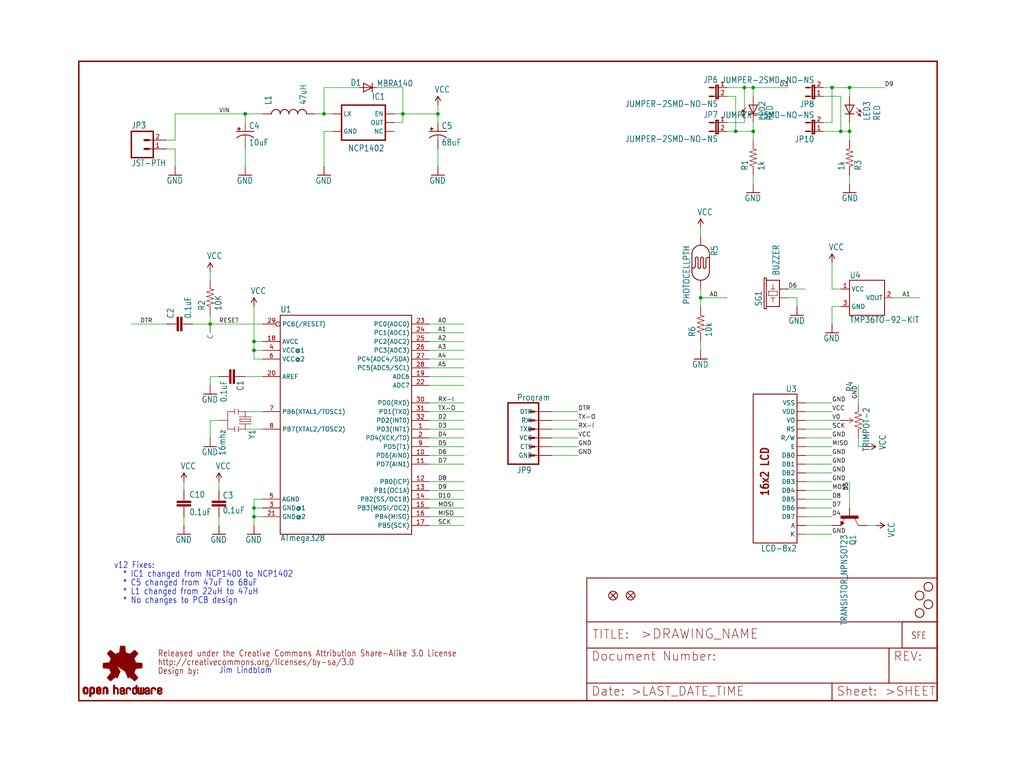
<source format=kicad_sch>
(kicad_sch (version 20211123) (generator eeschema)
  (paper "User" 297.002 223.926)
  (lib_symbols
    (symbol "schematicEagle-eagle-import:ARDUINO_SERIAL_PROGRAMPTH-KIT"
      (property "Reference" "JP" (at -5.08 10.922 0))
      (property "Value" "ARDUINO_SERIAL_PROGRAMPTH-KIT" (at -5.08 -10.16 0))
      (symbol "ARDUINO_SERIAL_PROGRAMPTH-KIT_1_0"
        (pin passive line (at 5.08 -5.08 180) (length 5.08) (name "DTR") (number "1"))
        (pin passive line (at 5.08 -2.54 180) (length 5.08) (name "RXI") (number "2"))
        (pin passive line (at 5.08 0 180) (length 5.08) (name "TXO") (number "3"))
        (pin passive line (at 5.08 2.54 180) (length 5.08) (name "VCC") (number "4"))
        (pin passive line (at 5.08 5.08 180) (length 5.08) (name "CTS") (number "5"))
        (pin passive line (at 5.08 7.62 180) (length 5.08) (name "GND") (number "6"))
      )
    )
    (symbol "schematicEagle-eagle-import:ATMEGA168"
      (property "Reference" "U" (at -17.78 -38.1 0))
      (property "Value" "ATMEGA168" (at -17.78 28.448 0))
      (symbol "ATMEGA168_1_0"
        (pin bidirectional line (at 25.4 -5.08 180) (length 5.08) (name "PD3(INT1)") (number "1"))
        (pin bidirectional line (at 25.4 -12.7 180) (length 5.08) (name "PD6(AIN0)") (number "10"))
        (pin bidirectional line (at 25.4 -15.24 180) (length 5.08) (name "PD7(AIN1)") (number "11"))
        (pin bidirectional line (at 25.4 -20.32 180) (length 5.08) (name "PB0(ICP)") (number "12"))
        (pin bidirectional line (at 25.4 -22.86 180) (length 5.08) (name "PB1(OC1A)") (number "13"))
        (pin bidirectional line (at 25.4 -25.4 180) (length 5.08) (name "PB2(SS/OC1B)") (number "14"))
        (pin bidirectional line (at 25.4 -27.94 180) (length 5.08) (name "PB3(MOSI/OC2)") (number "15"))
        (pin bidirectional line (at 25.4 -30.48 180) (length 5.08) (name "PB4(MISO)") (number "16"))
        (pin bidirectional line (at 25.4 -33.02 180) (length 5.08) (name "PB5(SCK)") (number "17"))
        (pin bidirectional line (at -22.86 20.32 0) (length 5.08) (name "AVCC") (number "18"))
        (pin bidirectional line (at 25.4 10.16 180) (length 5.08) (name "ADC6") (number "19"))
        (pin bidirectional line (at 25.4 -7.62 180) (length 5.08) (name "PD4(XCK/T0)") (number "2"))
        (pin bidirectional line (at -22.86 10.16 0) (length 5.08) (name "AREF") (number "20"))
        (pin bidirectional line (at -22.86 -30.48 0) (length 5.08) (name "GND@2") (number "21"))
        (pin bidirectional line (at 25.4 7.62 180) (length 5.08) (name "ADC7") (number "22"))
        (pin bidirectional line (at 25.4 25.4 180) (length 5.08) (name "PC0(ADC0)") (number "23"))
        (pin bidirectional line (at 25.4 22.86 180) (length 5.08) (name "PC1(ADC1)") (number "24"))
        (pin bidirectional line (at 25.4 20.32 180) (length 5.08) (name "PC2(ADC2)") (number "25"))
        (pin bidirectional line (at 25.4 17.78 180) (length 5.08) (name "PC3(ADC3)") (number "26"))
        (pin bidirectional line (at 25.4 15.24 180) (length 5.08) (name "PC4(ADC4/SDA)") (number "27"))
        (pin bidirectional line (at 25.4 12.7 180) (length 5.08) (name "PC5(ADC5/SCL)") (number "28"))
        (pin bidirectional inverted (at -22.86 25.4 0) (length 5.08) (name "PC6(/RESET)") (number "29"))
        (pin bidirectional line (at -22.86 -27.94 0) (length 5.08) (name "GND@1") (number "3"))
        (pin bidirectional line (at 25.4 2.54 180) (length 5.08) (name "PD0(RXD)") (number "30"))
        (pin bidirectional line (at 25.4 0 180) (length 5.08) (name "PD1(TXD)") (number "31"))
        (pin bidirectional line (at 25.4 -2.54 180) (length 5.08) (name "PD2(INT0)") (number "32"))
        (pin bidirectional line (at -22.86 17.78 0) (length 5.08) (name "VCC@1") (number "4"))
        (pin bidirectional line (at -22.86 -25.4 0) (length 5.08) (name "AGND") (number "5"))
        (pin bidirectional line (at -22.86 15.24 0) (length 5.08) (name "VCC@2") (number "6"))
        (pin bidirectional line (at -22.86 0 0) (length 5.08) (name "PB6(XTAL1/TOSC1)") (number "7"))
        (pin bidirectional line (at -22.86 -5.08 0) (length 5.08) (name "PB7(XTAL2/TOSC2)") (number "8"))
        (pin bidirectional line (at 25.4 -10.16 180) (length 5.08) (name "PD5(T1)") (number "9"))
      )
    )
    (symbol "schematicEagle-eagle-import:BUZZERPTH-NS-KIT"
      (property "Reference" "SG" (at -2.54 5.08 0))
      (property "Value" "BUZZERPTH-NS-KIT" (at 6.35 0 0))
      (symbol "BUZZERPTH-NS-KIT_1_0"
        (pin passive line (at 0 -2.54 90) (length 2.54) (name "1") (number "+"))
        (pin passive line (at 2.54 -2.54 90) (length 2.54) (name "2") (number "-"))
      )
    )
    (symbol "schematicEagle-eagle-import:CAP0402-CAP"
      (property "Reference" "C" (at 1.524 2.921 0))
      (property "Value" "CAP0402-CAP" (at 1.524 -2.159 0))
      (symbol "CAP0402-CAP_1_0"
        (pin passive line (at 0 5.08 270) (length 2.54) (name "1") (number "1"))
        (pin passive line (at 0 -2.54 90) (length 2.54) (name "2") (number "2"))
      )
    )
    (symbol "schematicEagle-eagle-import:CAP_POL1206"
      (property "Reference" "C" (at 1.016 0.635 0))
      (property "Value" "CAP_POL1206" (at 1.016 -4.191 0))
      (symbol "CAP_POL1206_1_0"
        (pin passive line (at 0 2.54 270) (length 2.54) (name "+") (number "A"))
        (pin passive line (at 0 -5.08 90) (length 2.54) (name "-") (number "C"))
      )
    )
    (symbol "schematicEagle-eagle-import:CAP_POL3528"
      (property "Reference" "C" (at 1.016 0.635 0))
      (property "Value" "CAP_POL3528" (at 1.016 -4.191 0))
      (symbol "CAP_POL3528_1_0"
        (pin passive line (at 0 2.54 270) (length 2.54) (name "+") (number "A"))
        (pin passive line (at 0 -5.08 90) (length 2.54) (name "-") (number "C"))
      )
    )
    (symbol "schematicEagle-eagle-import:CREATIVE_COMMONS"
      (symbol "CREATIVE_COMMONS_1_0"
        (text "Design by:" (at 0 0 0) (effects (font (size 1.778 1.5113)) (justify left bottom)))
        (text "http://creativecommons.org/licenses/by-sa/3.0" (at 0 2.54 0) (effects (font (size 1.778 1.5113)) (justify left bottom)))
        (text "Released under the Creative Commons Attribution Share-Alike 3.0 License" (at 0 5.08 0) (effects (font (size 1.778 1.5113)) (justify left bottom)))
      )
    )
    (symbol "schematicEagle-eagle-import:DIODESMA"
      (property "Reference" "D" (at 2.54 0.4826 0))
      (property "Value" "DIODESMA" (at 2.54 -2.3114 0))
      (symbol "DIODESMA_1_0"
        (pin passive line (at -2.54 0 0) (length 2.54) (name "A") (number "A"))
        (pin passive line (at 2.54 0 180) (length 2.54) (name "C") (number "C"))
      )
    )
    (symbol "schematicEagle-eagle-import:FIDUCIAL1X2.5")
    (symbol "schematicEagle-eagle-import:FRAME-LETTER"
      (symbol "FRAME-LETTER_2_0"
        (text ">DRAWING_NAME" (at 15.494 17.78 0) (effects (font (size 2.7432 2.7432)) (justify left bottom)))
        (text ">LAST_DATE_TIME" (at 12.7 1.27 0) (effects (font (size 2.54 2.54)) (justify left bottom)))
        (text ">SHEET" (at 86.36 1.27 0) (effects (font (size 2.54 2.54)) (justify left bottom)))
        (text "Date:" (at 1.27 1.27 0) (effects (font (size 2.54 2.54)) (justify left bottom)))
        (text "Document Number:" (at 1.27 11.43 0) (effects (font (size 2.54 2.54)) (justify left bottom)))
        (text "REV:" (at 88.9 11.43 0) (effects (font (size 2.54 2.54)) (justify left bottom)))
        (text "Sheet:" (at 72.39 1.27 0) (effects (font (size 2.54 2.54)) (justify left bottom)))
        (text "TITLE:" (at 1.524 17.78 0) (effects (font (size 2.54 2.54)) (justify left bottom)))
      )
    )
    (symbol "schematicEagle-eagle-import:GND" (power)
      (property "Value" "GND" (at -2.54 -2.54 0))
      (symbol "GND_1_0"
        (pin power_in line (at 0 2.54 270) (length 2.54) (name "GND") (number "1"))
      )
    )
    (symbol "schematicEagle-eagle-import:INDUCTORCR54"
      (property "Reference" "L" (at 2.54 5.08 0))
      (property "Value" "INDUCTORCR54" (at 2.54 -5.08 0))
      (symbol "INDUCTORCR54_1_0"
        (pin passive line (at 0 7.62 270) (length 2.54) (name "1") (number "P$1"))
        (pin passive line (at 0 -7.62 90) (length 2.54) (name "2") (number "P$2"))
      )
    )
    (symbol "schematicEagle-eagle-import:JUMPER-2SMD-NO-NS"
      (property "Reference" "JP" (at -1.27 0 90))
      (property "Value" "JUMPER-2SMD-NO-NS" (at 5.715 0 90))
      (symbol "JUMPER-2SMD-NO-NS_1_0"
        (pin passive line (at 0 -2.54 90) (length 2.54) (name "1") (number "1"))
        (pin passive line (at 2.54 -2.54 90) (length 2.54) (name "2") (number "2"))
      )
    )
    (symbol "schematicEagle-eagle-import:LCD-16X28X2-KIT"
      (property "Reference" "U" (at -7.62 23.368 0))
      (property "Value" "LCD-16X28X2-KIT" (at -7.62 -22.86 0))
      (symbol "LCD-16X28X2-KIT_1_0"
        (text "16x2 LCD" (at 3.048 -6.858 900) (effects (font (size 2.286 1.9431) (thickness 0.3886) bold) (justify left bottom)))
        (pin power_in line (at -10.16 20.32 0) (length 2.54) (name "VSS") (number "1"))
        (pin bidirectional line (at -10.16 -2.54 0) (length 2.54) (name "DB3") (number "10"))
        (pin bidirectional line (at -10.16 -5.08 0) (length 2.54) (name "DB4") (number "11"))
        (pin bidirectional line (at -10.16 -7.62 0) (length 2.54) (name "DB5") (number "12"))
        (pin bidirectional line (at -10.16 -10.16 0) (length 2.54) (name "DB6") (number "13"))
        (pin bidirectional line (at -10.16 -12.7 0) (length 2.54) (name "DB7") (number "14"))
        (pin power_in line (at -10.16 -15.24 0) (length 2.54) (name "A") (number "15"))
        (pin power_in line (at -10.16 -17.78 0) (length 2.54) (name "K") (number "16"))
        (pin power_in line (at -10.16 17.78 0) (length 2.54) (name "VDD") (number "2"))
        (pin bidirectional line (at -10.16 15.24 0) (length 2.54) (name "VO") (number "3"))
        (pin input line (at -10.16 12.7 0) (length 2.54) (name "RS") (number "4"))
        (pin input line (at -10.16 10.16 0) (length 2.54) (name "R/W") (number "5"))
        (pin input line (at -10.16 7.62 0) (length 2.54) (name "E") (number "6"))
        (pin bidirectional line (at -10.16 5.08 0) (length 2.54) (name "DB0") (number "7"))
        (pin bidirectional line (at -10.16 2.54 0) (length 2.54) (name "DB1") (number "8"))
        (pin bidirectional line (at -10.16 0 0) (length 2.54) (name "DB2") (number "9"))
      )
    )
    (symbol "schematicEagle-eagle-import:LED5MM-KIT"
      (property "Reference" "LED" (at 3.556 -4.572 90))
      (property "Value" "LED5MM-KIT" (at 5.715 -4.572 90))
      (symbol "LED5MM-KIT_1_0"
        (pin passive line (at 0 2.54 270) (length 2.54) (name "A") (number "A"))
        (pin passive line (at 0 -5.08 90) (length 2.54) (name "C") (number "K"))
      )
    )
    (symbol "schematicEagle-eagle-import:LOGO-SFENEW"
      (symbol "LOGO-SFENEW_1_0"
        (text "SFE" (at 0 0 0) (effects (font (size 1.9304 1.6408)) (justify left bottom)))
      )
    )
    (symbol "schematicEagle-eagle-import:M02JST-PTH-2-KIT"
      (property "Reference" "JP" (at -2.54 5.842 0))
      (property "Value" "M02JST-PTH-2-KIT" (at -2.54 -5.08 0))
      (symbol "M02JST-PTH-2-KIT_1_0"
        (pin passive line (at 7.62 0 180) (length 5.08) (name "1") (number "1"))
        (pin passive line (at 7.62 2.54 180) (length 5.08) (name "2") (number "2"))
      )
    )
    (symbol "schematicEagle-eagle-import:OSHW-LOGOM")
    (symbol "schematicEagle-eagle-import:PHOTOCELLPTH-KIT"
      (property "Reference" "R" (at -5.08 3.048 0))
      (property "Value" "PHOTOCELLPTH-KIT" (at -5.08 -5.08 0))
      (symbol "PHOTOCELLPTH-KIT_1_0"
        (pin bidirectional line (at -7.62 0 0) (length 2.54) (name "P$1") (number "1"))
        (pin bidirectional line (at 7.62 0 180) (length 2.54) (name "P$2") (number "2"))
      )
    )
    (symbol "schematicEagle-eagle-import:RESISTOR0402-RES"
      (property "Reference" "R" (at -3.81 1.4986 0))
      (property "Value" "RESISTOR0402-RES" (at -3.81 -3.302 0))
      (symbol "RESISTOR0402-RES_1_0"
        (pin passive line (at -5.08 0 0) (length 2.54) (name "1") (number "1"))
        (pin passive line (at 5.08 0 180) (length 2.54) (name "2") (number "2"))
      )
    )
    (symbol "schematicEagle-eagle-import:RESISTORKIT"
      (property "Reference" "R" (at -3.81 1.4986 0))
      (property "Value" "RESISTORKIT" (at -3.81 -3.302 0))
      (symbol "RESISTORKIT_1_0"
        (pin passive line (at -5.08 0 0) (length 2.54) (name "1") (number "P$1"))
        (pin passive line (at 5.08 0 180) (length 2.54) (name "2") (number "P$2"))
      )
    )
    (symbol "schematicEagle-eagle-import:RESONATORSMD"
      (property "Reference" "Y" (at 2.54 1.016 0))
      (property "Value" "RESONATORSMD" (at 2.54 -7.62 0))
      (symbol "RESONATORSMD_1_0"
        (pin passive line (at -2.54 0 0) (length 0) (name "1") (number "1"))
        (pin passive line (at 0 -7.62 90) (length 0) (name "2") (number "2"))
        (pin passive line (at 2.54 0 180) (length 0) (name "3") (number "3"))
      )
    )
    (symbol "schematicEagle-eagle-import:STAND-OFF")
    (symbol "schematicEagle-eagle-import:TEST-POINT3X5"
      (property "Reference" "TP" (at -2.54 2.54 0))
      (property "Value" "TEST-POINT3X5" (at -2.54 -2.54 0))
      (symbol "TEST-POINT3X5_1_0"
        (pin bidirectional line (at 0 0 180) (length 0) (name "1") (number "P$1"))
      )
    )
    (symbol "schematicEagle-eagle-import:TMP36TO-92-KIT"
      (property "Reference" "U" (at -5.08 5.588 0))
      (property "Value" "TMP36TO-92-KIT" (at -5.08 -7.366 0))
      (symbol "TMP36TO-92-KIT_1_0"
        (pin bidirectional line (at -7.62 2.54 0) (length 2.54) (name "VCC") (number "1"))
        (pin bidirectional line (at 7.62 0 180) (length 2.54) (name "VOUT") (number "2"))
        (pin bidirectional line (at -7.62 -2.54 0) (length 2.54) (name "GND") (number "3"))
      )
    )
    (symbol "schematicEagle-eagle-import:TRANSISTOR_NPNSOT23"
      (property "Reference" "Q" (at 5.08 0 0))
      (property "Value" "TRANSISTOR_NPNSOT23" (at 5.08 -2.54 0))
      (symbol "TRANSISTOR_NPNSOT23_1_0"
        (pin passive line (at -2.54 0 0) (length 2.54) (name "B") (number "1"))
        (pin passive line (at 2.54 -5.08 90) (length 2.54) (name "E") (number "2"))
        (pin passive line (at 2.54 5.08 270) (length 2.54) (name "C") (number "3"))
      )
    )
    (symbol "schematicEagle-eagle-import:TRIMPOT-2"
      (property "Reference" "R" (at -11.43 1.4986 0))
      (property "Value" "TRIMPOT-2" (at -3.81 -3.302 0))
      (symbol "TRIMPOT-2_1_0"
        (pin passive line (at -5.08 0 0) (length 2.54) (name "CCW") (number "1"))
        (pin passive line (at 0 5.08 270) (length 2.54) (name "WIPER") (number "2"))
        (pin passive line (at 5.08 0 180) (length 2.54) (name "CW") (number "3"))
      )
    )
    (symbol "schematicEagle-eagle-import:VCC" (power)
      (property "Value" "VCC" (at -1.016 3.556 0))
      (symbol "VCC_1_0"
        (pin power_in line (at 0 0 90) (length 2.54) (name "VCC") (number "1"))
      )
    )
    (symbol "schematicEagle-eagle-import:V_REG_NCP1400SOT23-5"
      (property "Reference" "IC" (at -5.08 6.604 0))
      (property "Value" "V_REG_NCP1400SOT23-5" (at -4.826 -8.382 0))
      (symbol "V_REG_NCP1400SOT23-5_1_0"
        (pin input line (at -7.62 2.54 0) (length 2.54) (name "EN") (number "1"))
        (pin passive line (at -7.62 0 0) (length 2.54) (name "OUT") (number "2"))
        (pin input line (at -7.62 -2.54 0) (length 2.54) (name "NC") (number "3"))
        (pin input line (at 10.16 -2.54 180) (length 2.54) (name "GND") (number "4"))
        (pin input line (at 10.16 2.54 180) (length 2.54) (name "LX") (number "5"))
      )
    )
  )
  (junction (at 73.66 99.06))
  (junction (at 73.66 147.32))
  (junction (at 218.44 25.4))
  (junction (at 73.66 101.6))
  (junction (at 241.3 25.4))
  (junction (at 243.84 38.1))
  (junction (at 60.96 93.98))
  (junction (at 213.36 38.1))
  (junction (at 71.12 33.02))
  (junction (at 116.84 33.02))
  (junction (at 246.38 25.4))
  (junction (at 246.38 38.1))
  (junction (at 215.9 25.4))
  (junction (at 218.44 38.1))
  (junction (at 93.98 33.02))
  (junction (at 203.2 86.36))
  (junction (at 73.66 149.86))
  (junction (at 127 33.02))
  (wire (pts (xy 215.9 35.56) (xy 215.9 25.4)))
  (wire (pts (xy 248.92 129.54) (xy 251.46 129.54)))
  (wire (pts (xy 124.46 127) (xy 134.62 127)))
  (wire (pts (xy 124.46 134.62) (xy 134.62 134.62)))
  (wire (pts (xy 233.68 149.86) (xy 241.3 149.86)))
  (wire (pts (xy 218.44 25.4) (xy 228.6 25.4)))
  (wire (pts (xy 233.68 152.4) (xy 241.3 152.4)))
  (wire (pts (xy 91.44 33.02) (xy 93.98 33.02)))
  (wire (pts (xy 73.66 147.32) (xy 73.66 149.86)))
  (wire (pts (xy 241.3 83.82) (xy 241.3 76.2)))
  (wire (pts (xy 96.52 33.02) (xy 93.98 33.02)))
  (wire (pts (xy 48.26 93.98) (xy 38.1 93.98)))
  (wire (pts (xy 76.2 147.32) (xy 73.66 147.32)))
  (wire (pts (xy 160.02 119.38) (xy 167.64 119.38)))
  (wire (pts (xy 124.46 104.14) (xy 134.62 104.14)))
  (wire (pts (xy 109.22 25.4) (xy 116.84 25.4)))
  (wire (pts (xy 124.46 101.6) (xy 134.62 101.6)))
  (wire (pts (xy 160.02 129.54) (xy 167.64 129.54)))
  (wire (pts (xy 233.68 144.78) (xy 241.3 144.78)))
  (wire (pts (xy 215.9 25.4) (xy 218.44 25.4)))
  (wire (pts (xy 233.68 139.7) (xy 241.3 139.7)))
  (wire (pts (xy 218.44 27.94) (xy 218.44 25.4)))
  (wire (pts (xy 53.34 152.4) (xy 53.34 149.86)))
  (wire (pts (xy 241.3 88.9) (xy 241.3 93.98)))
  (wire (pts (xy 243.84 88.9) (xy 241.3 88.9)))
  (wire (pts (xy 50.8 43.18) (xy 50.8 48.26)))
  (wire (pts (xy 114.3 33.02) (xy 116.84 33.02)))
  (wire (pts (xy 246.38 38.1) (xy 246.38 35.56)))
  (wire (pts (xy 76.2 149.86) (xy 73.66 149.86)))
  (wire (pts (xy 124.46 121.92) (xy 134.62 121.92)))
  (wire (pts (xy 76.2 93.98) (xy 60.96 93.98)))
  (wire (pts (xy 238.76 38.1) (xy 243.84 38.1)))
  (wire (pts (xy 246.38 53.34) (xy 246.38 50.8)))
  (wire (pts (xy 71.12 109.22) (xy 76.2 109.22)))
  (wire (pts (xy 233.68 119.38) (xy 241.3 119.38)))
  (wire (pts (xy 243.84 38.1) (xy 246.38 38.1)))
  (wire (pts (xy 210.82 25.4) (xy 215.9 25.4)))
  (wire (pts (xy 246.38 25.4) (xy 256.54 25.4)))
  (wire (pts (xy 76.2 99.06) (xy 73.66 99.06)))
  (wire (pts (xy 243.84 27.94) (xy 243.84 38.1)))
  (wire (pts (xy 203.2 66.04) (xy 203.2 68.58)))
  (wire (pts (xy 246.38 147.32) (xy 246.38 139.7)))
  (wire (pts (xy 93.98 38.1) (xy 93.98 48.26)))
  (wire (pts (xy 73.66 149.86) (xy 73.66 152.4)))
  (wire (pts (xy 210.82 38.1) (xy 213.36 38.1)))
  (wire (pts (xy 124.46 111.76) (xy 134.62 111.76)))
  (wire (pts (xy 55.88 93.98) (xy 60.96 93.98)))
  (wire (pts (xy 124.46 129.54) (xy 134.62 129.54)))
  (wire (pts (xy 124.46 96.52) (xy 134.62 96.52)))
  (wire (pts (xy 63.5 139.7) (xy 63.5 142.24)))
  (wire (pts (xy 241.3 25.4) (xy 238.76 25.4)))
  (wire (pts (xy 48.26 40.64) (xy 50.8 40.64)))
  (wire (pts (xy 124.46 132.08) (xy 134.62 132.08)))
  (wire (pts (xy 127 33.02) (xy 127 35.56)))
  (wire (pts (xy 76.2 119.38) (xy 71.12 119.38)))
  (wire (pts (xy 246.38 40.64) (xy 246.38 38.1)))
  (wire (pts (xy 96.52 38.1) (xy 93.98 38.1)))
  (wire (pts (xy 160.02 127) (xy 167.64 127)))
  (wire (pts (xy 233.68 127) (xy 241.3 127)))
  (wire (pts (xy 48.26 43.18) (xy 50.8 43.18)))
  (wire (pts (xy 213.36 27.94) (xy 213.36 38.1)))
  (wire (pts (xy 73.66 99.06) (xy 73.66 88.9)))
  (wire (pts (xy 160.02 132.08) (xy 167.64 132.08)))
  (wire (pts (xy 127 33.02) (xy 127 30.48)))
  (wire (pts (xy 238.76 27.94) (xy 243.84 27.94)))
  (wire (pts (xy 73.66 104.14) (xy 73.66 101.6)))
  (wire (pts (xy 53.34 139.7) (xy 53.34 142.24)))
  (wire (pts (xy 76.2 124.46) (xy 71.12 124.46)))
  (wire (pts (xy 233.68 132.08) (xy 241.3 132.08)))
  (wire (pts (xy 116.84 35.56) (xy 114.3 35.56)))
  (wire (pts (xy 210.82 35.56) (xy 215.9 35.56)))
  (wire (pts (xy 76.2 144.78) (xy 73.66 144.78)))
  (wire (pts (xy 254 152.4) (xy 251.46 152.4)))
  (wire (pts (xy 124.46 152.4) (xy 134.62 152.4)))
  (wire (pts (xy 73.66 144.78) (xy 73.66 147.32)))
  (wire (pts (xy 228.6 83.82) (xy 233.68 83.82)))
  (wire (pts (xy 160.02 124.46) (xy 167.64 124.46)))
  (wire (pts (xy 76.2 33.02) (xy 71.12 33.02)))
  (wire (pts (xy 218.44 40.64) (xy 218.44 38.1)))
  (wire (pts (xy 259.08 86.36) (xy 266.7 86.36)))
  (wire (pts (xy 124.46 149.86) (xy 134.62 149.86)))
  (wire (pts (xy 124.46 119.38) (xy 134.62 119.38)))
  (wire (pts (xy 60.96 93.98) (xy 60.96 91.44)))
  (wire (pts (xy 116.84 33.02) (xy 116.84 35.56)))
  (wire (pts (xy 241.3 25.4) (xy 246.38 25.4)))
  (wire (pts (xy 124.46 142.24) (xy 134.62 142.24)))
  (wire (pts (xy 203.2 88.9) (xy 203.2 86.36)))
  (wire (pts (xy 50.8 33.02) (xy 71.12 33.02)))
  (wire (pts (xy 213.36 38.1) (xy 218.44 38.1)))
  (wire (pts (xy 228.6 86.36) (xy 231.14 86.36)))
  (wire (pts (xy 124.46 124.46) (xy 134.62 124.46)))
  (wire (pts (xy 233.68 142.24) (xy 241.3 142.24)))
  (wire (pts (xy 203.2 86.36) (xy 210.82 86.36)))
  (wire (pts (xy 116.84 25.4) (xy 116.84 33.02)))
  (wire (pts (xy 233.68 134.62) (xy 241.3 134.62)))
  (wire (pts (xy 210.82 27.94) (xy 213.36 27.94)))
  (wire (pts (xy 233.68 147.32) (xy 241.3 147.32)))
  (wire (pts (xy 60.96 109.22) (xy 63.5 109.22)))
  (wire (pts (xy 60.96 121.92) (xy 60.96 127)))
  (wire (pts (xy 60.96 111.76) (xy 60.96 109.22)))
  (wire (pts (xy 63.5 121.92) (xy 60.96 121.92)))
  (wire (pts (xy 233.68 121.92) (xy 243.84 121.92)))
  (wire (pts (xy 50.8 40.64) (xy 50.8 33.02)))
  (wire (pts (xy 243.84 83.82) (xy 241.3 83.82)))
  (wire (pts (xy 238.76 35.56) (xy 241.3 35.56)))
  (wire (pts (xy 160.02 121.92) (xy 167.64 121.92)))
  (wire (pts (xy 231.14 86.36) (xy 231.14 88.9)))
  (wire (pts (xy 218.44 38.1) (xy 218.44 35.56)))
  (wire (pts (xy 93.98 25.4) (xy 104.14 25.4)))
  (wire (pts (xy 71.12 43.18) (xy 71.12 48.26)))
  (wire (pts (xy 233.68 137.16) (xy 241.3 137.16)))
  (wire (pts (xy 124.46 106.68) (xy 134.62 106.68)))
  (wire (pts (xy 218.44 53.34) (xy 218.44 50.8)))
  (wire (pts (xy 124.46 144.78) (xy 134.62 144.78)))
  (wire (pts (xy 248.92 116.84) (xy 248.92 111.76)))
  (wire (pts (xy 124.46 93.98) (xy 134.62 93.98)))
  (wire (pts (xy 76.2 101.6) (xy 73.66 101.6)))
  (wire (pts (xy 124.46 109.22) (xy 134.62 109.22)))
  (wire (pts (xy 124.46 116.84) (xy 134.62 116.84)))
  (wire (pts (xy 73.66 101.6) (xy 73.66 99.06)))
  (wire (pts (xy 246.38 27.94) (xy 246.38 25.4)))
  (wire (pts (xy 93.98 33.02) (xy 93.98 25.4)))
  (wire (pts (xy 248.92 127) (xy 248.92 129.54)))
  (wire (pts (xy 63.5 152.4) (xy 63.5 149.86)))
  (wire (pts (xy 241.3 35.56) (xy 241.3 25.4)))
  (wire (pts (xy 76.2 104.14) (xy 73.66 104.14)))
  (wire (pts (xy 60.96 78.74) (xy 60.96 81.28)))
  (wire (pts (xy 233.68 129.54) (xy 241.3 129.54)))
  (wire (pts (xy 116.84 33.02) (xy 127 33.02)))
  (wire (pts (xy 71.12 33.02) (xy 71.12 35.56)))
  (wire (pts (xy 203.2 101.6) (xy 203.2 99.06)))
  (wire (pts (xy 127 43.18) (xy 127 48.26)))
  (wire (pts (xy 124.46 147.32) (xy 134.62 147.32)))
  (wire (pts (xy 233.68 154.94) (xy 241.3 154.94)))
  (wire (pts (xy 233.68 124.46) (xy 241.3 124.46)))
  (wire (pts (xy 233.68 116.84) (xy 241.3 116.84)))
  (wire (pts (xy 124.46 99.06) (xy 134.62 99.06)))
  (wire (pts (xy 124.46 139.7) (xy 134.62 139.7)))
  (wire (pts (xy 203.2 83.82) (xy 203.2 86.36)))
  (text "* C5 changed from 47uF to 68uF" (at 35.56 170.18 180) (effects (font (size 1.778 1.5113)) (justify left bottom)))
  (text "* L1 changed from 22uH to 47uH" (at 35.56 172.72 180) (effects (font (size 1.778 1.5113)) (justify left bottom)))
  (text "v12 Fixes:" (at 33.02 165.1 180) (effects (font (size 1.778 1.5113)) (justify left bottom)))
  (text "* No changes to PCB design" (at 35.56 175.26 180) (effects (font (size 1.778 1.5113)) (justify left bottom)))
  (text "* IC1 changed from NCP1400 to NCP1402" (at 35.56 167.64 180) (effects (font (size 1.778 1.5113)) (justify left bottom)))
  (text "Jim Lindblom" (at 63.5 195.58 180) (effects (font (size 1.778 1.5113)) (justify left bottom)))
  (label "D5" (at 246.38 139.7 270) (effects (font (size 1.2446 1.2446))))
  (label "GND" (at 241.3 139.7 0) (effects (font (size 1.2446 1.2446))))
  (label "GND" (at 241.3 137.16 0) (effects (font (size 1.2446 1.2446))))
  (label "D9" (at 256.54 25.4 0) (effects (font (size 1.2446 1.2446))))
  (label "GND" (at 241.3 134.62 0) (effects (font (size 1.2446 1.2446))))
  (label "GND" (at 167.64 132.08 0) (effects (font (size 1.2446 1.2446))))
  (label "GND" (at 167.64 129.54 0) (effects (font (size 1.2446 1.2446))))
  (label "SCK" (at 127 152.4 0) (effects (font (size 1.2446 1.2446))))
  (label "D9" (at 127 142.24 0) (effects (font (size 1.2446 1.2446))))
  (label "RX-I" (at 167.64 124.46 0) (effects (font (size 1.2446 1.2446))))
  (label "D8" (at 241.3 144.78 0) (effects (font (size 1.2446 1.2446))))
  (label "V0" (at 241.3 121.92 0) (effects (font (size 1.2446 1.2446))))
  (label "TX-O" (at 127 119.38 0) (effects (font (size 1.2446 1.2446))))
  (label "D8" (at 127 139.7 0) (effects (font (size 1.2446 1.2446))))
  (label "MOSI" (at 127 147.32 0) (effects (font (size 1.2446 1.2446))))
  (label "D4" (at 241.3 149.86 0) (effects (font (size 1.2446 1.2446))))
  (label "RX-I" (at 127 116.84 0) (effects (font (size 1.2446 1.2446))))
  (label "A4" (at 127 104.14 0) (effects (font (size 1.2446 1.2446))))
  (label "A0" (at 127 93.98 0) (effects (font (size 1.2446 1.2446))))
  (label "VCC" (at 167.64 127 0) (effects (font (size 1.2446 1.2446))))
  (label "D6" (at 127 132.08 0) (effects (font (size 1.2446 1.2446))))
  (label "D6" (at 228.6 83.82 0) (effects (font (size 1.2446 1.2446))))
  (label "A0" (at 205.74 86.36 0) (effects (font (size 1.2446 1.2446))))
  (label "GND" (at 248.92 111.76 270) (effects (font (size 1.2446 1.2446))))
  (label "GND" (at 241.3 127 0) (effects (font (size 1.2446 1.2446))))
  (label "RESET" (at 63.5 93.98 0) (effects (font (size 1.2446 1.2446))))
  (label "DTR" (at 40.64 93.98 0) (effects (font (size 1.2446 1.2446))))
  (label "VIN" (at 63.5 33.02 0) (effects (font (size 1.2446 1.2446))))
  (label "A2" (at 127 99.06 0) (effects (font (size 1.2446 1.2446))))
  (label "GND" (at 241.3 132.08 0) (effects (font (size 1.2446 1.2446))))
  (label "D7" (at 127 134.62 0) (effects (font (size 1.2446 1.2446))))
  (label "MOSI" (at 241.3 142.24 0) (effects (font (size 1.2446 1.2446))))
  (label "GND" (at 241.3 116.84 0) (effects (font (size 1.2446 1.2446))))
  (label "MISO" (at 127 149.86 0) (effects (font (size 1.2446 1.2446))))
  (label "D5" (at 127 129.54 0) (effects (font (size 1.2446 1.2446))))
  (label "D4" (at 127 127 0) (effects (font (size 1.2446 1.2446))))
  (label "TX-O" (at 167.64 121.92 0) (effects (font (size 1.2446 1.2446))))
  (label "D3" (at 226.06 25.4 0) (effects (font (size 1.2446 1.2446))))
  (label "VCC" (at 241.3 119.38 0) (effects (font (size 1.2446 1.2446))))
  (label "DTR" (at 167.64 119.38 0) (effects (font (size 1.2446 1.2446))))
  (label "D2" (at 127 121.92 0) (effects (font (size 1.2446 1.2446))))
  (label "SCK" (at 241.3 124.46 0) (effects (font (size 1.2446 1.2446))))
  (label "A1" (at 261.62 86.36 0) (effects (font (size 1.2446 1.2446))))
  (label "D3" (at 127 124.46 0) (effects (font (size 1.2446 1.2446))))
  (label "D7" (at 241.3 147.32 0) (effects (font (size 1.2446 1.2446))))
  (label "A5" (at 127 106.68 0) (effects (font (size 1.2446 1.2446))))
  (label "A3" (at 127 101.6 0) (effects (font (size 1.2446 1.2446))))
  (label "GND" (at 241.3 154.94 0) (effects (font (size 1.2446 1.2446))))
  (label "MISO" (at 241.3 129.54 0) (effects (font (size 1.2446 1.2446))))
  (label "A1" (at 127 96.52 0) (effects (font (size 1.2446 1.2446))))
  (label "D10" (at 127 144.78 0) (effects (font (size 1.2446 1.2446))))
  (symbol (lib_id "schematicEagle-eagle-import:LCD-16X28X2-KIT") (at 223.52 137.16 0) (mirror y) (unit 1)
    (property "Reference" "U3" (at 231.14 113.792 0) (effects (font (size 1.778 1.5113)) (justify left bottom)))
    (property "Value" "LCD-8x2" (at 231.14 160.02 0) (effects (font (size 1.778 1.5113)) (justify left bottom)))
    (property "Footprint" "schematicEagle:LCD-8X2-KIT" (effects hide))
  )
  (symbol (lib_id "schematicEagle-eagle-import:VCC") (at 63.5 139.7 0) (unit 1)
    (property "Reference" "#P+3" (effects hide))
    (property "Value" "VCC" (at 62.484 136.144 0) (effects (font (size 1.778 1.5113)) (justify left bottom)))
    (property "Footprint" "schematicEagle:" (effects hide))
  )
  (symbol (lib_id "schematicEagle-eagle-import:FIDUCIAL1X2.5") (at 182.88 172.72 0) (unit 1)
    (property "Reference" "JP12" (effects hide))
    (property "Value" "FIDUCIAL1X2.5" (effects hide))
    (property "Footprint" "schematicEagle:FIDUCIAL-1X2.5" (effects hide))
  )
  (symbol (lib_id "schematicEagle-eagle-import:GND") (at 246.38 55.88 0) (mirror y) (unit 1)
    (property "Reference" "#GND6" (effects hide))
    (property "Value" "GND" (at 248.92 58.42 0) (effects (font (size 1.778 1.5113)) (justify left bottom)))
    (property "Footprint" "schematicEagle:" (effects hide))
  )
  (symbol (lib_id "schematicEagle-eagle-import:GND") (at 60.96 129.54 0) (unit 1)
    (property "Reference" "#GND4" (effects hide))
    (property "Value" "GND" (at 58.42 132.08 0) (effects (font (size 1.778 1.5113)) (justify left bottom)))
    (property "Footprint" "schematicEagle:" (effects hide))
  )
  (symbol (lib_id "schematicEagle-eagle-import:ARDUINO_SERIAL_PROGRAMPTH-KIT") (at 154.94 124.46 0) (mirror x) (unit 1)
    (property "Reference" "JP9" (at 149.86 135.382 0) (effects (font (size 1.778 1.5113)) (justify left bottom)))
    (property "Value" "Program" (at 149.86 114.3 0) (effects (font (size 1.778 1.5113)) (justify left bottom)))
    (property "Footprint" "schematicEagle:1X06-KIT" (effects hide))
  )
  (symbol (lib_id "schematicEagle-eagle-import:V_REG_NCP1400SOT23-5") (at 106.68 35.56 0) (mirror y) (unit 1)
    (property "Reference" "IC1" (at 111.76 28.956 0) (effects (font (size 1.778 1.5113)) (justify left bottom)))
    (property "Value" "NCP1402" (at 111.506 43.942 0) (effects (font (size 1.778 1.5113)) (justify left bottom)))
    (property "Footprint" "schematicEagle:SOT23-5" (effects hide))
  )
  (symbol (lib_id "schematicEagle-eagle-import:DIODESMA") (at 106.68 25.4 0) (unit 1)
    (property "Reference" "D1" (at 101.6 24.9174 0) (effects (font (size 1.778 1.5113)) (justify left bottom)))
    (property "Value" "MBRA140" (at 109.22 25.1714 0) (effects (font (size 1.778 1.5113)) (justify left bottom)))
    (property "Footprint" "schematicEagle:SMA-DIODE" (effects hide))
  )
  (symbol (lib_id "schematicEagle-eagle-import:VCC") (at 254 152.4 270) (unit 1)
    (property "Reference" "#P+4" (effects hide))
    (property "Value" "VCC" (at 257.556 151.384 0) (effects (font (size 1.778 1.5113)) (justify left bottom)))
    (property "Footprint" "schematicEagle:" (effects hide))
  )
  (symbol (lib_id "schematicEagle-eagle-import:VCC") (at 73.66 88.9 0) (unit 1)
    (property "Reference" "#P+6" (effects hide))
    (property "Value" "VCC" (at 72.644 85.344 0) (effects (font (size 1.778 1.5113)) (justify left bottom)))
    (property "Footprint" "schematicEagle:" (effects hide))
  )
  (symbol (lib_id "schematicEagle-eagle-import:JUMPER-2SMD-NO-NS") (at 208.28 25.4 90) (mirror x) (unit 1)
    (property "Reference" "JP6" (at 208.28 24.13 90) (effects (font (size 1.778 1.5113)) (justify left bottom)))
    (property "Value" "JUMPER-2SMD-NO-NS" (at 208.28 31.115 90) (effects (font (size 1.778 1.5113)) (justify left bottom)))
    (property "Footprint" "schematicEagle:SJ_2S-NO-NS" (effects hide))
  )
  (symbol (lib_id "schematicEagle-eagle-import:RESISTOR0402-RES") (at 203.2 93.98 90) (unit 1)
    (property "Reference" "R6" (at 201.7014 97.79 0) (effects (font (size 1.778 1.5113)) (justify left bottom)))
    (property "Value" "10k" (at 206.502 97.79 0) (effects (font (size 1.778 1.5113)) (justify left bottom)))
    (property "Footprint" "schematicEagle:0402-RES" (effects hide))
  )
  (symbol (lib_id "schematicEagle-eagle-import:OSHW-LOGOM") (at 35.56 193.04 0) (unit 1)
    (property "Reference" "U$2" (effects hide))
    (property "Value" "OSHW-LOGOM" (effects hide))
    (property "Footprint" "schematicEagle:OSHW-LOGO-M" (effects hide))
  )
  (symbol (lib_id "schematicEagle-eagle-import:STAND-OFF") (at 266.7 177.8 0) (unit 1)
    (property "Reference" "JP5" (effects hide))
    (property "Value" "Long, Plastic" (effects hide))
    (property "Footprint" "schematicEagle:STAND-OFF" (effects hide))
  )
  (symbol (lib_id "schematicEagle-eagle-import:GND") (at 127 50.8 0) (unit 1)
    (property "Reference" "#GND12" (effects hide))
    (property "Value" "GND" (at 124.46 53.34 0) (effects (font (size 1.778 1.5113)) (justify left bottom)))
    (property "Footprint" "schematicEagle:" (effects hide))
  )
  (symbol (lib_id "schematicEagle-eagle-import:TEST-POINT3X5") (at 60.96 93.98 270) (unit 1)
    (property "Reference" "TP1" (effects hide))
    (property "Value" "TP" (effects hide))
    (property "Footprint" "schematicEagle:PAD.03X.05" (effects hide))
  )
  (symbol (lib_id "schematicEagle-eagle-import:RESISTORKIT") (at 218.44 45.72 90) (unit 1)
    (property "Reference" "R1" (at 216.9414 49.53 0) (effects (font (size 1.778 1.5113)) (justify left bottom)))
    (property "Value" "1k" (at 221.742 49.53 0) (effects (font (size 1.778 1.5113)) (justify left bottom)))
    (property "Footprint" "schematicEagle:AXIAL-0.3-KIT" (effects hide))
  )
  (symbol (lib_id "schematicEagle-eagle-import:CAP0402-CAP") (at 53.34 93.98 90) (unit 1)
    (property "Reference" "C2" (at 50.419 92.456 0) (effects (font (size 1.778 1.5113)) (justify left bottom)))
    (property "Value" "0.1uF" (at 55.499 92.456 0) (effects (font (size 1.778 1.5113)) (justify left bottom)))
    (property "Footprint" "schematicEagle:0402-CAP" (effects hide))
  )
  (symbol (lib_id "schematicEagle-eagle-import:GND") (at 241.3 96.52 0) (unit 1)
    (property "Reference" "#GND15" (effects hide))
    (property "Value" "GND" (at 238.76 99.06 0) (effects (font (size 1.778 1.5113)) (justify left bottom)))
    (property "Footprint" "schematicEagle:" (effects hide))
  )
  (symbol (lib_id "schematicEagle-eagle-import:JUMPER-2SMD-NO-NS") (at 208.28 35.56 90) (mirror x) (unit 1)
    (property "Reference" "JP7" (at 208.28 34.29 90) (effects (font (size 1.778 1.5113)) (justify left bottom)))
    (property "Value" "JUMPER-2SMD-NO-NS" (at 208.28 41.275 90) (effects (font (size 1.778 1.5113)) (justify left bottom)))
    (property "Footprint" "schematicEagle:SJ_2S-NO-NS" (effects hide))
  )
  (symbol (lib_id "schematicEagle-eagle-import:JUMPER-2SMD-NO-NS") (at 236.22 38.1 90) (unit 1)
    (property "Reference" "JP10" (at 236.22 39.37 90) (effects (font (size 1.778 1.5113)) (justify left bottom)))
    (property "Value" "JUMPER-2SMD-NO-NS" (at 236.22 32.385 90) (effects (font (size 1.778 1.5113)) (justify left bottom)))
    (property "Footprint" "schematicEagle:SJ_2S-NO-NS" (effects hide))
  )
  (symbol (lib_id "schematicEagle-eagle-import:BUZZERPTH-NS-KIT") (at 226.06 86.36 90) (unit 1)
    (property "Reference" "SG1" (at 220.98 88.9 0) (effects (font (size 1.778 1.5113)) (justify left bottom)))
    (property "Value" "BUZZER" (at 226.06 80.01 0) (effects (font (size 1.778 1.5113)) (justify left bottom)))
    (property "Footprint" "schematicEagle:BUZZER-12MM-NS-KIT" (effects hide))
  )
  (symbol (lib_id "schematicEagle-eagle-import:RESONATORSMD") (at 71.12 121.92 270) (unit 1)
    (property "Reference" "Y1" (at 72.136 124.46 0) (effects (font (size 1.778 1.5113)) (justify left bottom)))
    (property "Value" "16mhz" (at 63.5 124.46 0) (effects (font (size 1.778 1.5113)) (justify left bottom)))
    (property "Footprint" "schematicEagle:RESONATOR-SMD" (effects hide))
  )
  (symbol (lib_id "schematicEagle-eagle-import:GND") (at 60.96 114.3 0) (unit 1)
    (property "Reference" "#GND7" (effects hide))
    (property "Value" "GND" (at 58.42 116.84 0) (effects (font (size 1.778 1.5113)) (justify left bottom)))
    (property "Footprint" "schematicEagle:" (effects hide))
  )
  (symbol (lib_id "schematicEagle-eagle-import:GND") (at 50.8 50.8 0) (unit 1)
    (property "Reference" "#GND5" (effects hide))
    (property "Value" "GND" (at 48.26 53.34 0) (effects (font (size 1.778 1.5113)) (justify left bottom)))
    (property "Footprint" "schematicEagle:" (effects hide))
  )
  (symbol (lib_id "schematicEagle-eagle-import:ATMEGA168") (at 99.06 119.38 0) (unit 1)
    (property "Reference" "U1" (at 81.28 90.678 0) (effects (font (size 1.778 1.5113)) (justify left bottom)))
    (property "Value" "ATmega328" (at 81.28 156.972 0) (effects (font (size 1.778 1.5113)) (justify left bottom)))
    (property "Footprint" "schematicEagle:TQFP32-08" (effects hide))
  )
  (symbol (lib_id "schematicEagle-eagle-import:VCC") (at 60.96 78.74 0) (unit 1)
    (property "Reference" "#P+5" (effects hide))
    (property "Value" "VCC" (at 59.944 75.184 0) (effects (font (size 1.778 1.5113)) (justify left bottom)))
    (property "Footprint" "schematicEagle:" (effects hide))
  )
  (symbol (lib_id "schematicEagle-eagle-import:LED5MM-KIT") (at 218.44 30.48 0) (unit 1)
    (property "Reference" "LED2" (at 221.996 35.052 90) (effects (font (size 1.778 1.5113)) (justify left bottom)))
    (property "Value" "RED" (at 224.155 35.052 90) (effects (font (size 1.778 1.5113)) (justify left bottom)))
    (property "Footprint" "schematicEagle:LED5MM-KIT" (effects hide))
  )
  (symbol (lib_id "schematicEagle-eagle-import:GND") (at 73.66 154.94 0) (unit 1)
    (property "Reference" "#GND9" (effects hide))
    (property "Value" "GND" (at 71.12 157.48 0) (effects (font (size 1.778 1.5113)) (justify left bottom)))
    (property "Footprint" "schematicEagle:" (effects hide))
  )
  (symbol (lib_id "schematicEagle-eagle-import:LOGO-SFENEW") (at 264.16 185.42 0) (unit 1)
    (property "Reference" "U$3" (effects hide))
    (property "Value" "LOGO-SFENEW" (effects hide))
    (property "Footprint" "schematicEagle:SFE-NEW-WEBLOGO" (effects hide))
  )
  (symbol (lib_id "schematicEagle-eagle-import:JUMPER-2SMD-NO-NS") (at 236.22 27.94 90) (unit 1)
    (property "Reference" "JP8" (at 236.22 29.21 90) (effects (font (size 1.778 1.5113)) (justify left bottom)))
    (property "Value" "JUMPER-2SMD-NO-NS" (at 236.22 22.225 90) (effects (font (size 1.778 1.5113)) (justify left bottom)))
    (property "Footprint" "schematicEagle:SJ_2S-NO-NS" (effects hide))
  )
  (symbol (lib_id "schematicEagle-eagle-import:FIDUCIAL1X2.5") (at 177.8 172.72 0) (unit 1)
    (property "Reference" "JP11" (effects hide))
    (property "Value" "FIDUCIAL1X2.5" (effects hide))
    (property "Footprint" "schematicEagle:FIDUCIAL-1X2.5" (effects hide))
  )
  (symbol (lib_id "schematicEagle-eagle-import:TMP36TO-92-KIT") (at 251.46 86.36 0) (unit 1)
    (property "Reference" "U4" (at 246.38 80.772 0) (effects (font (size 1.778 1.5113)) (justify left bottom)))
    (property "Value" "TMP36TO-92-KIT" (at 246.38 93.726 0) (effects (font (size 1.778 1.5113)) (justify left bottom)))
    (property "Footprint" "schematicEagle:TO-92-KIT" (effects hide))
  )
  (symbol (lib_id "schematicEagle-eagle-import:TRIMPOT-2") (at 248.92 121.92 90) (mirror x) (unit 1)
    (property "Reference" "R4" (at 247.4214 110.49 0) (effects (font (size 1.778 1.5113)) (justify left bottom)))
    (property "Value" "TRIMPOT-2" (at 252.222 118.11 0) (effects (font (size 1.778 1.5113)) (justify left bottom)))
    (property "Footprint" "schematicEagle:TRIMPOT_TC33" (effects hide))
  )
  (symbol (lib_id "schematicEagle-eagle-import:GND") (at 63.5 154.94 0) (unit 1)
    (property "Reference" "#GND1" (effects hide))
    (property "Value" "GND" (at 60.96 157.48 0) (effects (font (size 1.778 1.5113)) (justify left bottom)))
    (property "Footprint" "schematicEagle:" (effects hide))
  )
  (symbol (lib_id "schematicEagle-eagle-import:RESISTOR0402-RES") (at 60.96 86.36 90) (unit 1)
    (property "Reference" "R2" (at 59.4614 90.17 0) (effects (font (size 1.778 1.5113)) (justify left bottom)))
    (property "Value" "10K" (at 64.262 90.17 0) (effects (font (size 1.778 1.5113)) (justify left bottom)))
    (property "Footprint" "schematicEagle:0402-RES" (effects hide))
  )
  (symbol (lib_id "schematicEagle-eagle-import:LED5MM-KIT") (at 246.38 30.48 0) (mirror y) (unit 1)
    (property "Reference" "LED3" (at 250.444 35.052 90) (effects (font (size 1.778 1.5113)) (justify left bottom)))
    (property "Value" "RED" (at 253.365 35.052 90) (effects (font (size 1.778 1.5113)) (justify left bottom)))
    (property "Footprint" "schematicEagle:LED5MM-KIT" (effects hide))
  )
  (symbol (lib_id "schematicEagle-eagle-import:STAND-OFF") (at 269.24 175.26 0) (unit 1)
    (property "Reference" "JP2" (effects hide))
    (property "Value" "Long, Plastic" (effects hide))
    (property "Footprint" "schematicEagle:STAND-OFF" (effects hide))
  )
  (symbol (lib_id "schematicEagle-eagle-import:GND") (at 218.44 55.88 0) (unit 1)
    (property "Reference" "#GND2" (effects hide))
    (property "Value" "GND" (at 215.9 58.42 0) (effects (font (size 1.778 1.5113)) (justify left bottom)))
    (property "Footprint" "schematicEagle:" (effects hide))
  )
  (symbol (lib_id "schematicEagle-eagle-import:CAP0402-CAP") (at 68.58 109.22 90) (unit 1)
    (property "Reference" "C1" (at 68.707 110.236 0) (effects (font (size 1.778 1.5113)) (justify right top)))
    (property "Value" "0.1uF" (at 63.881 110.236 0) (effects (font (size 1.778 1.5113)) (justify right top)))
    (property "Footprint" "schematicEagle:0402-CAP" (effects hide))
  )
  (symbol (lib_id "schematicEagle-eagle-import:GND") (at 93.98 50.8 0) (unit 1)
    (property "Reference" "#GND11" (effects hide))
    (property "Value" "GND" (at 91.44 53.34 0) (effects (font (size 1.778 1.5113)) (justify left bottom)))
    (property "Footprint" "schematicEagle:" (effects hide))
  )
  (symbol (lib_id "schematicEagle-eagle-import:GND") (at 53.34 154.94 0) (unit 1)
    (property "Reference" "#GND26" (effects hide))
    (property "Value" "GND" (at 50.8 157.48 0) (effects (font (size 1.778 1.5113)) (justify left bottom)))
    (property "Footprint" "schematicEagle:" (effects hide))
  )
  (symbol (lib_id "schematicEagle-eagle-import:STAND-OFF") (at 266.7 172.72 0) (unit 1)
    (property "Reference" "JP4" (effects hide))
    (property "Value" "Long, Plastic" (effects hide))
    (property "Footprint" "schematicEagle:STAND-OFF" (effects hide))
  )
  (symbol (lib_id "schematicEagle-eagle-import:M02JST-PTH-2-KIT") (at 40.64 43.18 0) (unit 1)
    (property "Reference" "JP3" (at 38.1 37.338 0) (effects (font (size 1.778 1.5113)) (justify left bottom)))
    (property "Value" "JST-PTH" (at 38.1 48.26 0) (effects (font (size 1.778 1.5113)) (justify left bottom)))
    (property "Footprint" "schematicEagle:JST-2-PTH-KIT" (effects hide))
  )
  (symbol (lib_id "schematicEagle-eagle-import:GND") (at 203.2 104.14 0) (unit 1)
    (property "Reference" "#GND13" (effects hide))
    (property "Value" "GND" (at 200.66 106.68 0) (effects (font (size 1.778 1.5113)) (justify left bottom)))
    (property "Footprint" "schematicEagle:" (effects hide))
  )
  (symbol (lib_id "schematicEagle-eagle-import:VCC") (at 127 30.48 0) (unit 1)
    (property "Reference" "#P+2" (effects hide))
    (property "Value" "VCC" (at 125.984 26.924 0) (effects (font (size 1.778 1.5113)) (justify left bottom)))
    (property "Footprint" "schematicEagle:" (effects hide))
  )
  (symbol (lib_id "schematicEagle-eagle-import:GND") (at 231.14 91.44 0) (unit 1)
    (property "Reference" "#GND3" (effects hide))
    (property "Value" "GND" (at 228.6 93.98 0) (effects (font (size 1.778 1.5113)) (justify left bottom)))
    (property "Footprint" "schematicEagle:" (effects hide))
  )
  (symbol (lib_id "schematicEagle-eagle-import:GND") (at 71.12 50.8 0) (unit 1)
    (property "Reference" "#GND10" (effects hide))
    (property "Value" "GND" (at 68.58 53.34 0) (effects (font (size 1.778 1.5113)) (justify left bottom)))
    (property "Footprint" "schematicEagle:" (effects hide))
  )
  (symbol (lib_id "schematicEagle-eagle-import:FRAME-LETTER") (at 170.18 203.2 0) (unit 2)
    (property "Reference" "#FRAME1" (effects hide))
    (property "Value" "FRAME-LETTER" (effects hide))
    (property "Footprint" "schematicEagle:" (effects hide))
  )
  (symbol (lib_id "schematicEagle-eagle-import:CAP_POL3528") (at 127 38.1 0) (unit 1)
    (property "Reference" "C5" (at 128.016 37.465 0) (effects (font (size 1.778 1.5113)) (justify left bottom)))
    (property "Value" "68uF" (at 128.016 42.291 0) (effects (font (size 1.778 1.5113)) (justify left bottom)))
    (property "Footprint" "schematicEagle:EIA3528" (effects hide))
  )
  (symbol (lib_id "schematicEagle-eagle-import:VCC") (at 203.2 66.04 0) (unit 1)
    (property "Reference" "#P+7" (effects hide))
    (property "Value" "VCC" (at 202.184 62.484 0) (effects (font (size 1.778 1.5113)) (justify left bottom)))
    (property "Footprint" "schematicEagle:" (effects hide))
  )
  (symbol (lib_id "schematicEagle-eagle-import:VCC") (at 53.34 139.7 0) (unit 1)
    (property "Reference" "#P+16" (effects hide))
    (property "Value" "VCC" (at 52.324 136.144 0) (effects (font (size 1.778 1.5113)) (justify left bottom)))
    (property "Footprint" "schematicEagle:" (effects hide))
  )
  (symbol (lib_id "schematicEagle-eagle-import:STAND-OFF") (at 269.24 170.18 0) (unit 1)
    (property "Reference" "JP1" (effects hide))
    (property "Value" "Long, Plastic" (effects hide))
    (property "Footprint" "schematicEagle:STAND-OFF" (effects hide))
  )
  (symbol (lib_id "schematicEagle-eagle-import:RESISTORKIT") (at 246.38 45.72 270) (mirror x) (unit 1)
    (property "Reference" "R3" (at 247.8786 49.53 0) (effects (font (size 1.778 1.5113)) (justify left bottom)))
    (property "Value" "1k" (at 243.078 49.53 0) (effects (font (size 1.778 1.5113)) (justify left bottom)))
    (property "Footprint" "schematicEagle:AXIAL-0.3-KIT" (effects hide))
  )
  (symbol (lib_id "schematicEagle-eagle-import:CAP0402-CAP") (at 63.5 144.78 180) (unit 1)
    (property "Reference" "C3" (at 64.516 144.653 0) (effects (font (size 1.778 1.5113)) (justify right top)))
    (property "Value" "0.1uF" (at 64.516 148.971 0) (effects (font (size 1.778 1.5113)) (justify right top)))
    (property "Footprint" "schematicEagle:0402-CAP" (effects hide))
  )
  (symbol (lib_id "schematicEagle-eagle-import:PHOTOCELLPTH-KIT") (at 203.2 76.2 270) (unit 1)
    (property "Reference" "R5" (at 206.248 71.12 0) (effects (font (size 1.778 1.5113)) (justify left bottom)))
    (property "Value" "PHOTOCELLPTH" (at 198.12 71.12 0) (effects (font (size 1.778 1.5113)) (justify left bottom)))
    (property "Footprint" "schematicEagle:PHOTOCELL-KIT" (effects hide))
  )
  (symbol (lib_id "schematicEagle-eagle-import:CAP0402-CAP") (at 53.34 147.32 0) (unit 1)
    (property "Reference" "C10" (at 54.864 144.399 0) (effects (font (size 1.778 1.5113)) (justify left bottom)))
    (property "Value" "0.1uF" (at 54.864 149.479 0) (effects (font (size 1.778 1.5113)) (justify left bottom)))
    (property "Footprint" "schematicEagle:0402-CAP" (effects hide))
  )
  (symbol (lib_id "schematicEagle-eagle-import:FRAME-LETTER") (at 22.86 203.2 0) (unit 1)
    (property "Reference" "#FRAME1" (effects hide))
    (property "Value" "FRAME-LETTER" (effects hide))
    (property "Footprint" "schematicEagle:" (effects hide))
  )
  (symbol (lib_id "schematicEagle-eagle-import:CAP_POL1206") (at 71.12 38.1 0) (unit 1)
    (property "Reference" "C4" (at 72.136 37.465 0) (effects (font (size 1.778 1.5113)) (justify left bottom)))
    (property "Value" "10uF" (at 72.136 42.291 0) (effects (font (size 1.778 1.5113)) (justify left bottom)))
    (property "Footprint" "schematicEagle:EIA3216" (effects hide))
  )
  (symbol (lib_id "schematicEagle-eagle-import:INDUCTORCR54") (at 83.82 33.02 90) (unit 1)
    (property "Reference" "L1" (at 78.74 30.48 0) (effects (font (size 1.778 1.5113)) (justify left bottom)))
    (property "Value" "47uH" (at 88.9 30.48 0) (effects (font (size 1.778 1.5113)) (justify left bottom)))
    (property "Footprint" "schematicEagle:CR54" (effects hide))
  )
  (symbol (lib_id "schematicEagle-eagle-import:VCC") (at 241.3 76.2 0) (unit 1)
    (property "Reference" "#P+8" (effects hide))
    (property "Value" "VCC" (at 240.284 72.644 0) (effects (font (size 1.778 1.5113)) (justify left bottom)))
    (property "Footprint" "schematicEagle:" (effects hide))
  )
  (symbol (lib_id "schematicEagle-eagle-import:CREATIVE_COMMONS") (at 45.72 195.58 0) (unit 1)
    (property "Reference" "U$1" (effects hide))
    (property "Value" "CREATIVE_COMMONS" (effects hide))
    (property "Footprint" "schematicEagle:CREATIVE_COMMONS" (effects hide))
  )
  (symbol (lib_id "schematicEagle-eagle-import:TRANSISTOR_NPNSOT23") (at 246.38 149.86 270) (unit 1)
    (property "Reference" "Q1" (at 246.38 154.94 0) (effects (font (size 1.778 1.5113)) (justify left bottom)))
    (property "Value" "TRANSISTOR_NPNSOT23" (at 243.84 154.94 0) (effects (font (size 1.778 1.5113)) (justify left bottom)))
    (property "Footprint" "schematicEagle:SOT23" (effects hide))
  )
  (symbol (lib_id "schematicEagle-eagle-import:VCC") (at 251.46 129.54 270) (mirror x) (unit 1)
    (property "Reference" "#P+1" (effects hide))
    (property "Value" "VCC" (at 255.016 130.556 0) (effects (font (size 1.778 1.5113)) (justify left bottom)))
    (property "Footprint" "schematicEagle:" (effects hide))
  )
)
</source>
